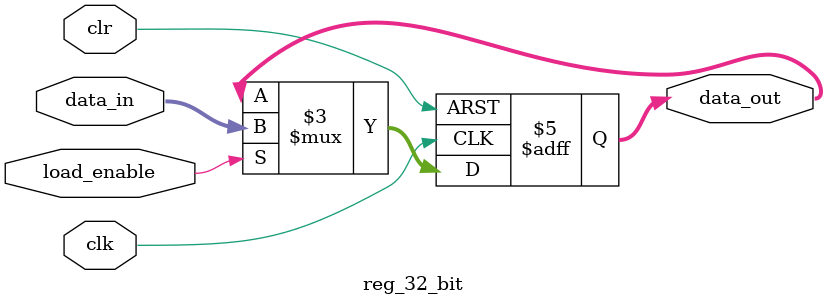
<source format=v>
module reg_32_bit(output reg [31:0] data_out, input [31:0] data_in, input load_enable, clk, clr);

always @(posedge clk, negedge clr)
    if(!clr) data_out <= 32'h00000000;
    else if(load_enable) data_out <= data_in;
endmodule
</source>
